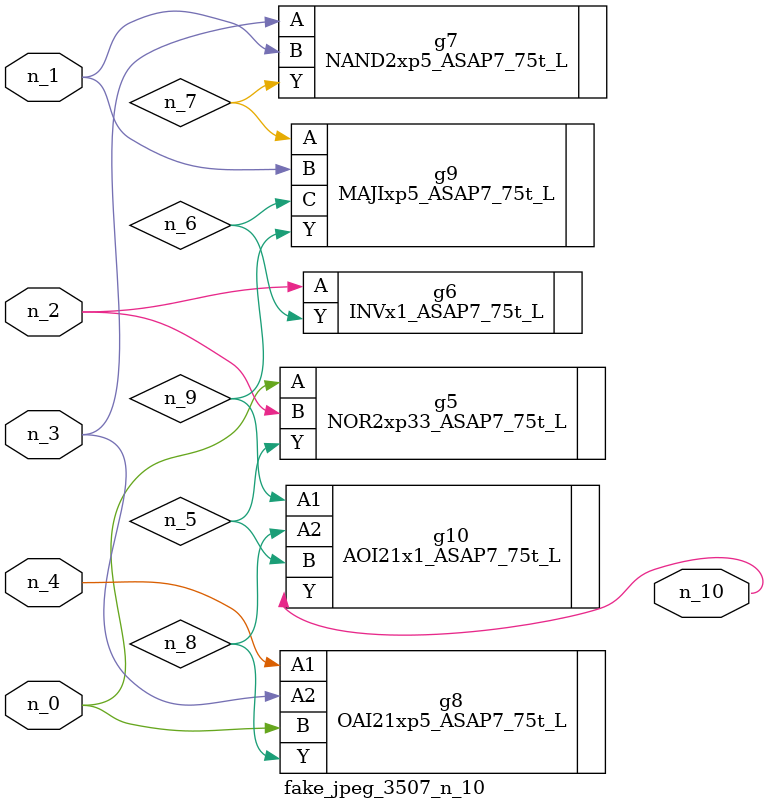
<source format=v>
module fake_jpeg_3507_n_10 (n_3, n_2, n_1, n_0, n_4, n_10);

input n_3;
input n_2;
input n_1;
input n_0;
input n_4;

output n_10;

wire n_8;
wire n_9;
wire n_6;
wire n_5;
wire n_7;

NOR2xp33_ASAP7_75t_L g5 ( 
.A(n_0),
.B(n_2),
.Y(n_5)
);

INVx1_ASAP7_75t_L g6 ( 
.A(n_2),
.Y(n_6)
);

NAND2xp5_ASAP7_75t_L g7 ( 
.A(n_3),
.B(n_1),
.Y(n_7)
);

OAI21xp5_ASAP7_75t_L g8 ( 
.A1(n_4),
.A2(n_3),
.B(n_0),
.Y(n_8)
);

MAJIxp5_ASAP7_75t_L g9 ( 
.A(n_7),
.B(n_1),
.C(n_6),
.Y(n_9)
);

AOI21x1_ASAP7_75t_L g10 ( 
.A1(n_9),
.A2(n_8),
.B(n_5),
.Y(n_10)
);


endmodule
</source>
